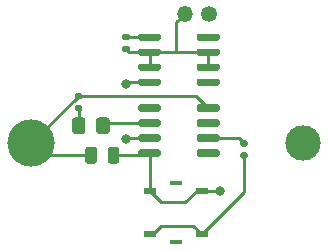
<source format=gbr>
%TF.GenerationSoftware,KiCad,Pcbnew,(5.1.12)-1*%
%TF.CreationDate,2022-04-14T16:35:20-05:00*%
%TF.ProjectId,bone_stim_pulsed_v3,626f6e65-5f73-4746-996d-5f70756c7365,rev?*%
%TF.SameCoordinates,Original*%
%TF.FileFunction,Copper,L1,Top*%
%TF.FilePolarity,Positive*%
%FSLAX46Y46*%
G04 Gerber Fmt 4.6, Leading zero omitted, Abs format (unit mm)*
G04 Created by KiCad (PCBNEW (5.1.12)-1) date 2022-04-14 16:35:20*
%MOMM*%
%LPD*%
G01*
G04 APERTURE LIST*
%TA.AperFunction,ComponentPad*%
%ADD10C,3.000000*%
%TD*%
%TA.AperFunction,ComponentPad*%
%ADD11C,4.000000*%
%TD*%
%TA.AperFunction,SMDPad,CuDef*%
%ADD12R,1.000000X0.600000*%
%TD*%
%TA.AperFunction,SMDPad,CuDef*%
%ADD13R,1.000000X0.450000*%
%TD*%
%TA.AperFunction,ComponentPad*%
%ADD14C,1.350000*%
%TD*%
%TA.AperFunction,ComponentPad*%
%ADD15O,1.350000X1.350000*%
%TD*%
%TA.AperFunction,ViaPad*%
%ADD16C,0.800000*%
%TD*%
%TA.AperFunction,Conductor*%
%ADD17C,0.250000*%
%TD*%
G04 APERTURE END LIST*
D10*
%TO.P, ,2*%
%TO.N,GND*%
X142990000Y-86000000D03*
D11*
%TO.P, ,1*%
%TO.N,+3V3*%
X120000000Y-86000000D03*
%TD*%
D12*
%TO.P,SW,1*%
%TO.N,GND*%
X130000000Y-90000000D03*
X134400000Y-90000000D03*
%TO.P,SW,2*%
%TO.N,Net-(R2-Pad1)*%
X134400000Y-93700000D03*
X130000000Y-93700000D03*
D13*
%TO.P,SW,0*%
%TO.N,N/C*%
X132200000Y-89325000D03*
X132200000Y-94375000D03*
%TD*%
%TO.P,AT,1*%
%TO.N,Net-(AT1-Pad1)*%
%TA.AperFunction,SMDPad,CuDef*%
G36*
G01*
X129025000Y-83150000D02*
X129025000Y-82850000D01*
G75*
G02*
X129175000Y-82700000I150000J0D01*
G01*
X130825000Y-82700000D01*
G75*
G02*
X130975000Y-82850000I0J-150000D01*
G01*
X130975000Y-83150000D01*
G75*
G02*
X130825000Y-83300000I-150000J0D01*
G01*
X129175000Y-83300000D01*
G75*
G02*
X129025000Y-83150000I0J150000D01*
G01*
G37*
%TD.AperFunction*%
%TO.P,AT,2*%
%TO.N,Net-(AT1-Pad2)*%
%TA.AperFunction,SMDPad,CuDef*%
G36*
G01*
X129025000Y-84420000D02*
X129025000Y-84120000D01*
G75*
G02*
X129175000Y-83970000I150000J0D01*
G01*
X130825000Y-83970000D01*
G75*
G02*
X130975000Y-84120000I0J-150000D01*
G01*
X130975000Y-84420000D01*
G75*
G02*
X130825000Y-84570000I-150000J0D01*
G01*
X129175000Y-84570000D01*
G75*
G02*
X129025000Y-84420000I0J150000D01*
G01*
G37*
%TD.AperFunction*%
%TO.P,AT,3*%
%TO.N,Net-(AT1-Pad3)*%
%TA.AperFunction,SMDPad,CuDef*%
G36*
G01*
X129025000Y-85690000D02*
X129025000Y-85390000D01*
G75*
G02*
X129175000Y-85240000I150000J0D01*
G01*
X130825000Y-85240000D01*
G75*
G02*
X130975000Y-85390000I0J-150000D01*
G01*
X130975000Y-85690000D01*
G75*
G02*
X130825000Y-85840000I-150000J0D01*
G01*
X129175000Y-85840000D01*
G75*
G02*
X129025000Y-85690000I0J150000D01*
G01*
G37*
%TD.AperFunction*%
%TO.P,AT,4*%
%TO.N,GND*%
%TA.AperFunction,SMDPad,CuDef*%
G36*
G01*
X129025000Y-86960000D02*
X129025000Y-86660000D01*
G75*
G02*
X129175000Y-86510000I150000J0D01*
G01*
X130825000Y-86510000D01*
G75*
G02*
X130975000Y-86660000I0J-150000D01*
G01*
X130975000Y-86960000D01*
G75*
G02*
X130825000Y-87110000I-150000J0D01*
G01*
X129175000Y-87110000D01*
G75*
G02*
X129025000Y-86960000I0J150000D01*
G01*
G37*
%TD.AperFunction*%
%TO.P,AT,5*%
%TO.N,Net-(AT1-Pad5)*%
%TA.AperFunction,SMDPad,CuDef*%
G36*
G01*
X133975000Y-86960000D02*
X133975000Y-86660000D01*
G75*
G02*
X134125000Y-86510000I150000J0D01*
G01*
X135775000Y-86510000D01*
G75*
G02*
X135925000Y-86660000I0J-150000D01*
G01*
X135925000Y-86960000D01*
G75*
G02*
X135775000Y-87110000I-150000J0D01*
G01*
X134125000Y-87110000D01*
G75*
G02*
X133975000Y-86960000I0J150000D01*
G01*
G37*
%TD.AperFunction*%
%TO.P,AT,6*%
%TO.N,Net-(AT1-Pad6)*%
%TA.AperFunction,SMDPad,CuDef*%
G36*
G01*
X133975000Y-85690000D02*
X133975000Y-85390000D01*
G75*
G02*
X134125000Y-85240000I150000J0D01*
G01*
X135775000Y-85240000D01*
G75*
G02*
X135925000Y-85390000I0J-150000D01*
G01*
X135925000Y-85690000D01*
G75*
G02*
X135775000Y-85840000I-150000J0D01*
G01*
X134125000Y-85840000D01*
G75*
G02*
X133975000Y-85690000I0J150000D01*
G01*
G37*
%TD.AperFunction*%
%TO.P,AT,7*%
%TO.N,Net-(AT1-Pad7)*%
%TA.AperFunction,SMDPad,CuDef*%
G36*
G01*
X133975000Y-84420000D02*
X133975000Y-84120000D01*
G75*
G02*
X134125000Y-83970000I150000J0D01*
G01*
X135775000Y-83970000D01*
G75*
G02*
X135925000Y-84120000I0J-150000D01*
G01*
X135925000Y-84420000D01*
G75*
G02*
X135775000Y-84570000I-150000J0D01*
G01*
X134125000Y-84570000D01*
G75*
G02*
X133975000Y-84420000I0J150000D01*
G01*
G37*
%TD.AperFunction*%
%TO.P,AT,8*%
%TO.N,+3V3*%
%TA.AperFunction,SMDPad,CuDef*%
G36*
G01*
X133975000Y-83150000D02*
X133975000Y-82850000D01*
G75*
G02*
X134125000Y-82700000I150000J0D01*
G01*
X135775000Y-82700000D01*
G75*
G02*
X135925000Y-82850000I0J-150000D01*
G01*
X135925000Y-83150000D01*
G75*
G02*
X135775000Y-83300000I-150000J0D01*
G01*
X134125000Y-83300000D01*
G75*
G02*
X133975000Y-83150000I0J150000D01*
G01*
G37*
%TD.AperFunction*%
%TD*%
%TO.P,C1,1*%
%TO.N,+3V3*%
%TA.AperFunction,SMDPad,CuDef*%
G36*
G01*
X124550000Y-87475000D02*
X124550000Y-86525000D01*
G75*
G02*
X124800000Y-86275000I250000J0D01*
G01*
X125300000Y-86275000D01*
G75*
G02*
X125550000Y-86525000I0J-250000D01*
G01*
X125550000Y-87475000D01*
G75*
G02*
X125300000Y-87725000I-250000J0D01*
G01*
X124800000Y-87725000D01*
G75*
G02*
X124550000Y-87475000I0J250000D01*
G01*
G37*
%TD.AperFunction*%
%TO.P,C1,2*%
%TO.N,GND*%
%TA.AperFunction,SMDPad,CuDef*%
G36*
G01*
X126450000Y-87475000D02*
X126450000Y-86525000D01*
G75*
G02*
X126700000Y-86275000I250000J0D01*
G01*
X127200000Y-86275000D01*
G75*
G02*
X127450000Y-86525000I0J-250000D01*
G01*
X127450000Y-87475000D01*
G75*
G02*
X127200000Y-87725000I-250000J0D01*
G01*
X126700000Y-87725000D01*
G75*
G02*
X126450000Y-87475000I0J250000D01*
G01*
G37*
%TD.AperFunction*%
%TD*%
%TO.P,Led,1*%
%TO.N,Net-(AT1-Pad2)*%
%TA.AperFunction,SMDPad,CuDef*%
G36*
G01*
X126625000Y-84049999D02*
X126625000Y-84950001D01*
G75*
G02*
X126375001Y-85200000I-249999J0D01*
G01*
X125724999Y-85200000D01*
G75*
G02*
X125475000Y-84950001I0J249999D01*
G01*
X125475000Y-84049999D01*
G75*
G02*
X125724999Y-83800000I249999J0D01*
G01*
X126375001Y-83800000D01*
G75*
G02*
X126625000Y-84049999I0J-249999D01*
G01*
G37*
%TD.AperFunction*%
%TO.P,Led,2*%
%TO.N,Net-(LED1-Pad2)*%
%TA.AperFunction,SMDPad,CuDef*%
G36*
G01*
X124575000Y-84049999D02*
X124575000Y-84950001D01*
G75*
G02*
X124325001Y-85200000I-249999J0D01*
G01*
X123674999Y-85200000D01*
G75*
G02*
X123425000Y-84950001I0J249999D01*
G01*
X123425000Y-84049999D01*
G75*
G02*
X123674999Y-83800000I249999J0D01*
G01*
X124325001Y-83800000D01*
G75*
G02*
X124575000Y-84049999I0J-249999D01*
G01*
G37*
%TD.AperFunction*%
%TD*%
%TO.P,LM,8*%
%TO.N,N/C*%
%TA.AperFunction,SMDPad,CuDef*%
G36*
G01*
X133975000Y-77150000D02*
X133975000Y-76850000D01*
G75*
G02*
X134125000Y-76700000I150000J0D01*
G01*
X135775000Y-76700000D01*
G75*
G02*
X135925000Y-76850000I0J-150000D01*
G01*
X135925000Y-77150000D01*
G75*
G02*
X135775000Y-77300000I-150000J0D01*
G01*
X134125000Y-77300000D01*
G75*
G02*
X133975000Y-77150000I0J150000D01*
G01*
G37*
%TD.AperFunction*%
%TO.P,LM,7*%
%TO.N,Net-(LM1-Pad2)*%
%TA.AperFunction,SMDPad,CuDef*%
G36*
G01*
X133975000Y-78420000D02*
X133975000Y-78120000D01*
G75*
G02*
X134125000Y-77970000I150000J0D01*
G01*
X135775000Y-77970000D01*
G75*
G02*
X135925000Y-78120000I0J-150000D01*
G01*
X135925000Y-78420000D01*
G75*
G02*
X135775000Y-78570000I-150000J0D01*
G01*
X134125000Y-78570000D01*
G75*
G02*
X133975000Y-78420000I0J150000D01*
G01*
G37*
%TD.AperFunction*%
%TO.P,LM,6*%
%TA.AperFunction,SMDPad,CuDef*%
G36*
G01*
X133975000Y-79690000D02*
X133975000Y-79390000D01*
G75*
G02*
X134125000Y-79240000I150000J0D01*
G01*
X135775000Y-79240000D01*
G75*
G02*
X135925000Y-79390000I0J-150000D01*
G01*
X135925000Y-79690000D01*
G75*
G02*
X135775000Y-79840000I-150000J0D01*
G01*
X134125000Y-79840000D01*
G75*
G02*
X133975000Y-79690000I0J150000D01*
G01*
G37*
%TD.AperFunction*%
%TO.P,LM,5*%
%TO.N,N/C*%
%TA.AperFunction,SMDPad,CuDef*%
G36*
G01*
X133975000Y-80960000D02*
X133975000Y-80660000D01*
G75*
G02*
X134125000Y-80510000I150000J0D01*
G01*
X135775000Y-80510000D01*
G75*
G02*
X135925000Y-80660000I0J-150000D01*
G01*
X135925000Y-80960000D01*
G75*
G02*
X135775000Y-81110000I-150000J0D01*
G01*
X134125000Y-81110000D01*
G75*
G02*
X133975000Y-80960000I0J150000D01*
G01*
G37*
%TD.AperFunction*%
%TO.P,LM,4*%
%TO.N,Net-(AT1-Pad3)*%
%TA.AperFunction,SMDPad,CuDef*%
G36*
G01*
X129025000Y-80960000D02*
X129025000Y-80660000D01*
G75*
G02*
X129175000Y-80510000I150000J0D01*
G01*
X130825000Y-80510000D01*
G75*
G02*
X130975000Y-80660000I0J-150000D01*
G01*
X130975000Y-80960000D01*
G75*
G02*
X130825000Y-81110000I-150000J0D01*
G01*
X129175000Y-81110000D01*
G75*
G02*
X129025000Y-80960000I0J150000D01*
G01*
G37*
%TD.AperFunction*%
%TO.P,LM,3*%
%TO.N,Net-(LM1-Pad2)*%
%TA.AperFunction,SMDPad,CuDef*%
G36*
G01*
X129025000Y-79690000D02*
X129025000Y-79390000D01*
G75*
G02*
X129175000Y-79240000I150000J0D01*
G01*
X130825000Y-79240000D01*
G75*
G02*
X130975000Y-79390000I0J-150000D01*
G01*
X130975000Y-79690000D01*
G75*
G02*
X130825000Y-79840000I-150000J0D01*
G01*
X129175000Y-79840000D01*
G75*
G02*
X129025000Y-79690000I0J150000D01*
G01*
G37*
%TD.AperFunction*%
%TO.P,LM,2*%
%TA.AperFunction,SMDPad,CuDef*%
G36*
G01*
X129025000Y-78420000D02*
X129025000Y-78120000D01*
G75*
G02*
X129175000Y-77970000I150000J0D01*
G01*
X130825000Y-77970000D01*
G75*
G02*
X130975000Y-78120000I0J-150000D01*
G01*
X130975000Y-78420000D01*
G75*
G02*
X130825000Y-78570000I-150000J0D01*
G01*
X129175000Y-78570000D01*
G75*
G02*
X129025000Y-78420000I0J150000D01*
G01*
G37*
%TD.AperFunction*%
%TO.P,LM,1*%
%TO.N,Net-(LM1-Pad1)*%
%TA.AperFunction,SMDPad,CuDef*%
G36*
G01*
X129025000Y-77150000D02*
X129025000Y-76850000D01*
G75*
G02*
X129175000Y-76700000I150000J0D01*
G01*
X130825000Y-76700000D01*
G75*
G02*
X130975000Y-76850000I0J-150000D01*
G01*
X130975000Y-77150000D01*
G75*
G02*
X130825000Y-77300000I-150000J0D01*
G01*
X129175000Y-77300000D01*
G75*
G02*
X129025000Y-77150000I0J150000D01*
G01*
G37*
%TD.AperFunction*%
%TD*%
%TO.P,R1,1*%
%TO.N,+3V3*%
%TA.AperFunction,SMDPad,CuDef*%
G36*
G01*
X123815000Y-81730000D02*
X124185000Y-81730000D01*
G75*
G02*
X124320000Y-81865000I0J-135000D01*
G01*
X124320000Y-82135000D01*
G75*
G02*
X124185000Y-82270000I-135000J0D01*
G01*
X123815000Y-82270000D01*
G75*
G02*
X123680000Y-82135000I0J135000D01*
G01*
X123680000Y-81865000D01*
G75*
G02*
X123815000Y-81730000I135000J0D01*
G01*
G37*
%TD.AperFunction*%
%TO.P,R1,2*%
%TO.N,Net-(LED1-Pad2)*%
%TA.AperFunction,SMDPad,CuDef*%
G36*
G01*
X123815000Y-82750000D02*
X124185000Y-82750000D01*
G75*
G02*
X124320000Y-82885000I0J-135000D01*
G01*
X124320000Y-83155000D01*
G75*
G02*
X124185000Y-83290000I-135000J0D01*
G01*
X123815000Y-83290000D01*
G75*
G02*
X123680000Y-83155000I0J135000D01*
G01*
X123680000Y-82885000D01*
G75*
G02*
X123815000Y-82750000I135000J0D01*
G01*
G37*
%TD.AperFunction*%
%TD*%
%TO.P,R2,2*%
%TO.N,Net-(AT1-Pad6)*%
%TA.AperFunction,SMDPad,CuDef*%
G36*
G01*
X138185000Y-86270000D02*
X137815000Y-86270000D01*
G75*
G02*
X137680000Y-86135000I0J135000D01*
G01*
X137680000Y-85865000D01*
G75*
G02*
X137815000Y-85730000I135000J0D01*
G01*
X138185000Y-85730000D01*
G75*
G02*
X138320000Y-85865000I0J-135000D01*
G01*
X138320000Y-86135000D01*
G75*
G02*
X138185000Y-86270000I-135000J0D01*
G01*
G37*
%TD.AperFunction*%
%TO.P,R2,1*%
%TO.N,Net-(R2-Pad1)*%
%TA.AperFunction,SMDPad,CuDef*%
G36*
G01*
X138185000Y-87290000D02*
X137815000Y-87290000D01*
G75*
G02*
X137680000Y-87155000I0J135000D01*
G01*
X137680000Y-86885000D01*
G75*
G02*
X137815000Y-86750000I135000J0D01*
G01*
X138185000Y-86750000D01*
G75*
G02*
X138320000Y-86885000I0J-135000D01*
G01*
X138320000Y-87155000D01*
G75*
G02*
X138185000Y-87290000I-135000J0D01*
G01*
G37*
%TD.AperFunction*%
%TD*%
%TO.P,R3,1*%
%TO.N,Net-(LM1-Pad2)*%
%TA.AperFunction,SMDPad,CuDef*%
G36*
G01*
X128185000Y-78290000D02*
X127815000Y-78290000D01*
G75*
G02*
X127680000Y-78155000I0J135000D01*
G01*
X127680000Y-77885000D01*
G75*
G02*
X127815000Y-77750000I135000J0D01*
G01*
X128185000Y-77750000D01*
G75*
G02*
X128320000Y-77885000I0J-135000D01*
G01*
X128320000Y-78155000D01*
G75*
G02*
X128185000Y-78290000I-135000J0D01*
G01*
G37*
%TD.AperFunction*%
%TO.P,R3,2*%
%TO.N,Net-(LM1-Pad1)*%
%TA.AperFunction,SMDPad,CuDef*%
G36*
G01*
X128185000Y-77270000D02*
X127815000Y-77270000D01*
G75*
G02*
X127680000Y-77135000I0J135000D01*
G01*
X127680000Y-76865000D01*
G75*
G02*
X127815000Y-76730000I135000J0D01*
G01*
X128185000Y-76730000D01*
G75*
G02*
X128320000Y-76865000I0J-135000D01*
G01*
X128320000Y-77135000D01*
G75*
G02*
X128185000Y-77270000I-135000J0D01*
G01*
G37*
%TD.AperFunction*%
%TD*%
D14*
%TO.P, ,1*%
%TO.N,GND*%
X135000000Y-75000000D03*
D15*
%TO.P, ,2*%
%TO.N,Net-(LM1-Pad2)*%
X133000000Y-75000000D03*
%TD*%
D16*
%TO.N,Net-(AT1-Pad3)*%
X128000000Y-85600000D03*
X128000000Y-81000000D03*
%TO.N,GND*%
X136000000Y-90000000D03*
%TD*%
D17*
%TO.N,Net-(AT1-Pad2)*%
X126280000Y-84270000D02*
X126050000Y-84500000D01*
X130000000Y-84270000D02*
X126280000Y-84270000D01*
%TO.N,Net-(AT1-Pad3)*%
X128060000Y-85540000D02*
X128000000Y-85600000D01*
X130000000Y-85540000D02*
X128060000Y-85540000D01*
X128190000Y-80810000D02*
X128000000Y-81000000D01*
X130000000Y-80810000D02*
X128190000Y-80810000D01*
%TO.N,GND*%
X129810000Y-87000000D02*
X130000000Y-86810000D01*
X126950000Y-87000000D02*
X129810000Y-87000000D01*
X136000000Y-90000000D02*
X134400000Y-90000000D01*
X130000000Y-90000000D02*
X131000000Y-91000000D01*
X134400000Y-90000000D02*
X134000000Y-90000000D01*
X133000000Y-91000000D02*
X131000000Y-91000000D01*
X134000000Y-90000000D02*
X133000000Y-91000000D01*
X130000000Y-86810000D02*
X130000000Y-90000000D01*
%TO.N,Net-(AT1-Pad6)*%
X137540000Y-85540000D02*
X138000000Y-86000000D01*
X134950000Y-85540000D02*
X137540000Y-85540000D01*
%TO.N,+3V3*%
X121000000Y-87000000D02*
X120000000Y-86000000D01*
X125050000Y-87000000D02*
X121000000Y-87000000D01*
X124000000Y-82000000D02*
X120000000Y-86000000D01*
X133950000Y-82000000D02*
X134950000Y-83000000D01*
X124000000Y-82000000D02*
X133950000Y-82000000D01*
%TO.N,Net-(LED1-Pad2)*%
X124000000Y-83020000D02*
X124000000Y-84500000D01*
%TO.N,Net-(LM1-Pad2)*%
X128250000Y-78270000D02*
X128000000Y-78020000D01*
X130000000Y-78270000D02*
X128250000Y-78270000D01*
X130000000Y-78270000D02*
X130000000Y-79540000D01*
X134950000Y-78270000D02*
X134950000Y-79540000D01*
X134950000Y-78270000D02*
X132270000Y-78270000D01*
X132270000Y-78270000D02*
X130000000Y-78270000D01*
X132270000Y-75730000D02*
X133000000Y-75000000D01*
X132270000Y-78270000D02*
X132270000Y-75730000D01*
%TO.N,Net-(LM1-Pad1)*%
X128000000Y-77000000D02*
X130000000Y-77000000D01*
%TO.N,Net-(R2-Pad1)*%
X130000000Y-93700000D02*
X130300000Y-93700000D01*
X130300000Y-93700000D02*
X131000000Y-93000000D01*
X133700000Y-93000000D02*
X134400000Y-93700000D01*
X131000000Y-93000000D02*
X133700000Y-93000000D01*
X138000000Y-90100000D02*
X138000000Y-87020000D01*
X134400000Y-93700000D02*
X138000000Y-90100000D01*
%TD*%
M02*

</source>
